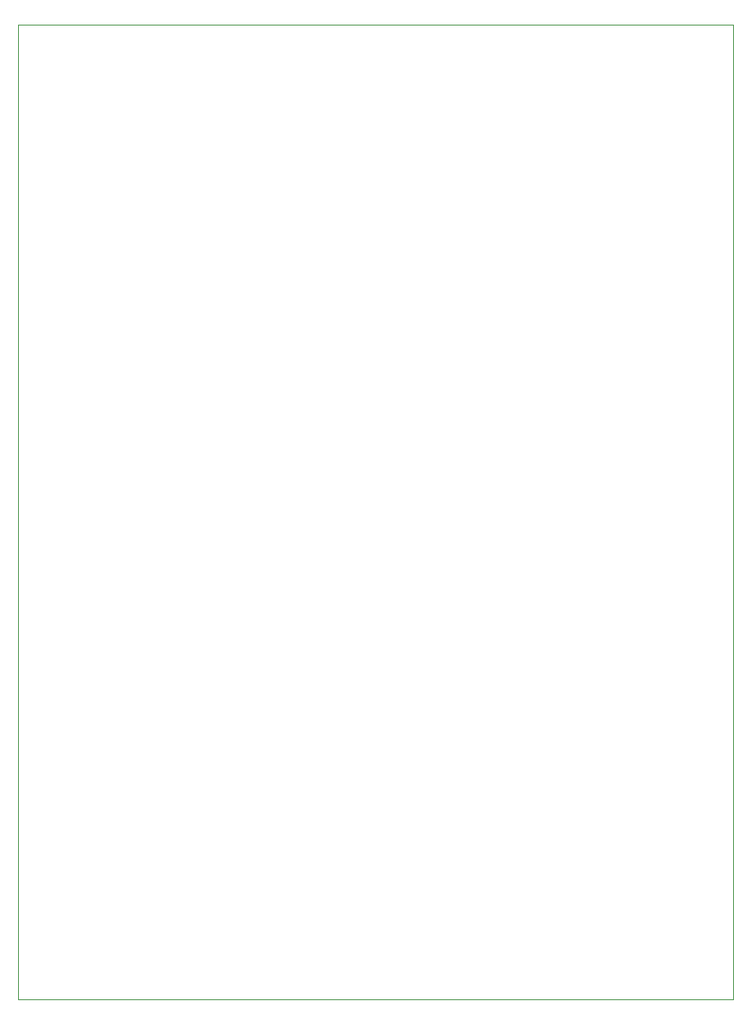
<source format=gbr>
G04 #@! TF.GenerationSoftware,KiCad,Pcbnew,(5.1.4)-1*
G04 #@! TF.CreationDate,2020-04-17T07:07:23-04:00*
G04 #@! TF.ProjectId,CameraTriggerSensorNodeOnly,43616d65-7261-4547-9269-676765725365,rev?*
G04 #@! TF.SameCoordinates,Original*
G04 #@! TF.FileFunction,Profile,NP*
%FSLAX46Y46*%
G04 Gerber Fmt 4.6, Leading zero omitted, Abs format (unit mm)*
G04 Created by KiCad (PCBNEW (5.1.4)-1) date 2020-04-17 07:07:23*
%MOMM*%
%LPD*%
G04 APERTURE LIST*
%ADD10C,0.100000*%
G04 APERTURE END LIST*
D10*
X85090000Y-33020000D02*
X91440000Y-33020000D01*
X85090000Y-133350000D02*
X91440000Y-133350000D01*
X85090000Y-133350000D02*
X85090000Y-33020000D01*
X95250000Y-133350000D02*
X91440000Y-133350000D01*
X91440000Y-33020000D02*
X95250000Y-33020000D01*
X158750000Y-33020000D02*
X95250000Y-33020000D01*
X158750000Y-133350000D02*
X158750000Y-33020000D01*
X95250000Y-133350000D02*
X158750000Y-133350000D01*
M02*

</source>
